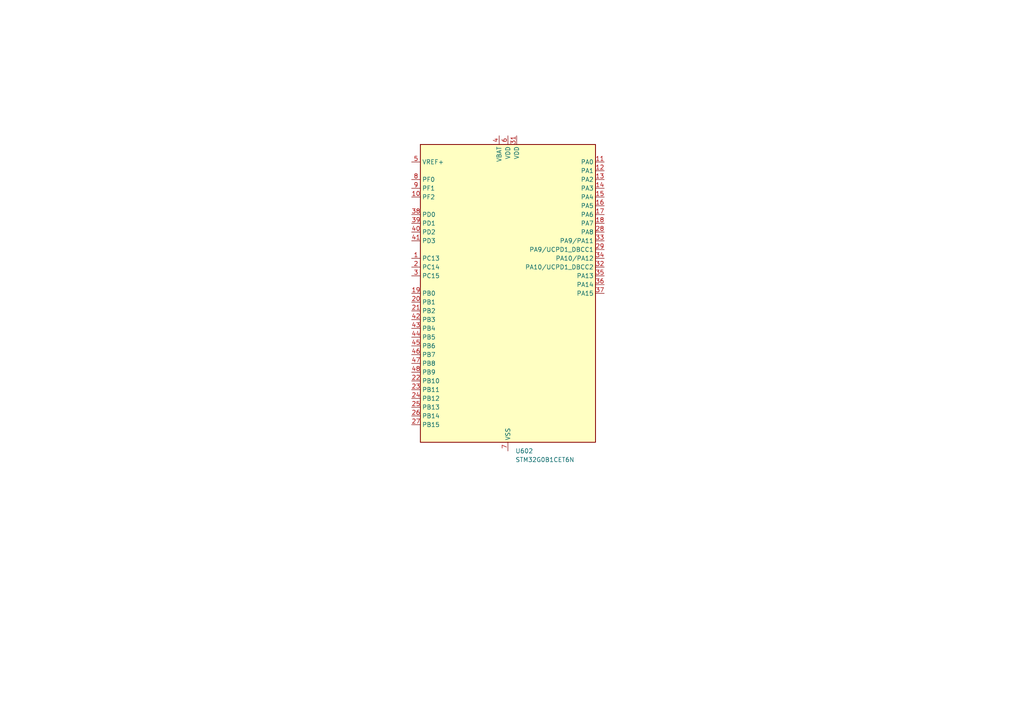
<source format=kicad_sch>
(kicad_sch (version 20250114) (generator "eeschema") (generator_version "9.0")
  (paper "A4")
  (title_block (title "Microcontroller") (date "2025-11-03") (rev "1") (company "Code99 | Automotive") (comment 1 "Board: FUEL-MILES-RANGE") (comment 2 "Project: DASH2000S1S2"))
  (lib_symbols
    (symbol "MCU_ST_STM32G0:STM32G0B1CETxN"
      (property "Reference" "U" (at -25.4 44.45 0))
      (property "Value" "STM32G0B1CETxN" (at 5.08 44.45 0))
      (symbol "STM32G0B1CETxN_0_1"
        (rectangle (start -25.4 -43.18) (end 25.4 43.18) (stroke (width 0.254)) (fill (type background)))
      )
      (symbol "STM32G0B1CETxN_1_1"
        (pin input line (at -27.94 38.1 0) (length 2.54) (name "VREF+") (number "5"))
        (pin bidirectional line (at -27.94 33.02 0) (length 2.54) (name "PF0") (number "8"))
        (pin bidirectional line (at -27.94 30.48 0) (length 2.54) (name "PF1") (number "9"))
        (pin bidirectional line (at -27.94 27.94 0) (length 2.54) (name "PF2") (number "10"))
        (pin bidirectional line (at -27.94 22.86 0) (length 2.54) (name "PD0") (number "38"))
        (pin bidirectional line (at -27.94 20.32 0) (length 2.54) (name "PD1") (number "39"))
        (pin bidirectional line (at -27.94 17.78 0) (length 2.54) (name "PD2") (number "40"))
        (pin bidirectional line (at -27.94 15.24 0) (length 2.54) (name "PD3") (number "41"))
        (pin bidirectional line (at -27.94 10.16 0) (length 2.54) (name "PC13") (number "1"))
        (pin bidirectional line (at -27.94 7.62 0) (length 2.54) (name "PC14") (number "2"))
        (pin bidirectional line (at -27.94 5.08 0) (length 2.54) (name "PC15") (number "3"))
        (pin bidirectional line (at -27.94 0 0) (length 2.54) (name "PB0") (number "19"))
        (pin bidirectional line (at -27.94 -2.54 0) (length 2.54) (name "PB1") (number "20"))
        (pin bidirectional line (at -27.94 -5.08 0) (length 2.54) (name "PB2") (number "21"))
        (pin bidirectional line (at -27.94 -7.62 0) (length 2.54) (name "PB3") (number "42"))
        (pin bidirectional line (at -27.94 -10.16 0) (length 2.54) (name "PB4") (number "43"))
        (pin bidirectional line (at -27.94 -12.7 0) (length 2.54) (name "PB5") (number "44"))
        (pin bidirectional line (at -27.94 -15.24 0) (length 2.54) (name "PB6") (number "45"))
        (pin bidirectional line (at -27.94 -17.78 0) (length 2.54) (name "PB7") (number "46"))
        (pin bidirectional line (at -27.94 -20.32 0) (length 2.54) (name "PB8") (number "47"))
        (pin bidirectional line (at -27.94 -22.86 0) (length 2.54) (name "PB9") (number "48"))
        (pin bidirectional line (at -27.94 -25.4 0) (length 2.54) (name "PB10") (number "22"))
        (pin bidirectional line (at -27.94 -27.94 0) (length 2.54) (name "PB11") (number "23"))
        (pin bidirectional line (at -27.94 -30.48 0) (length 2.54) (name "PB12") (number "24"))
        (pin bidirectional line (at -27.94 -33.02 0) (length 2.54) (name "PB13") (number "25"))
        (pin bidirectional line (at -27.94 -35.56 0) (length 2.54) (name "PB14") (number "26"))
        (pin bidirectional line (at -27.94 -38.1 0) (length 2.54) (name "PB15") (number "27"))
        (pin power_in line (at -2.54 45.72 270) (length 2.54) (name "VBAT") (number "4"))
        (pin power_in line (at 0 45.72 270) (length 2.54) (name "VDD") (number "6"))
        (pin passive line (at 0 -45.72 90) (length 2.54) (hide yes) (name "VSS") (number "30"))
        (pin power_in line (at 0 -45.72 90) (length 2.54) (name "VSS") (number "7"))
        (pin power_in line (at 2.54 45.72 270) (length 2.54) (name "VDD") (number "31"))
        (pin bidirectional line (at 27.94 38.1 180) (length 2.54) (name "PA0") (number "11"))
        (pin bidirectional line (at 27.94 35.56 180) (length 2.54) (name "PA1") (number "12"))
        (pin bidirectional line (at 27.94 33.02 180) (length 2.54) (name "PA2") (number "13"))
        (pin bidirectional line (at 27.94 30.48 180) (length 2.54) (name "PA3") (number "14"))
        (pin bidirectional line (at 27.94 27.94 180) (length 2.54) (name "PA4") (number "15"))
        (pin bidirectional line (at 27.94 25.4 180) (length 2.54) (name "PA5") (number "16"))
        (pin bidirectional line (at 27.94 22.86 180) (length 2.54) (name "PA6") (number "17"))
        (pin bidirectional line (at 27.94 20.32 180) (length 2.54) (name "PA7") (number "18"))
        (pin bidirectional line (at 27.94 17.78 180) (length 2.54) (name "PA8") (number "28"))
        (pin bidirectional line (at 27.94 15.24 180) (length 2.54) (name "PA9/PA11") (number "33"))
        (pin bidirectional line (at 27.94 12.7 180) (length 2.54) (name "PA9/UCPD1_DBCC1") (number "29"))
        (pin bidirectional line (at 27.94 10.16 180) (length 2.54) (name "PA10/PA12") (number "34"))
        (pin bidirectional line (at 27.94 7.62 180) (length 2.54) (name "PA10/UCPD1_DBCC2") (number "32"))
        (pin bidirectional line (at 27.94 5.08 180) (length 2.54) (name "PA13") (number "35"))
        (pin bidirectional line (at 27.94 2.54 180) (length 2.54) (name "PA14") (number "36"))
        (pin bidirectional line (at 27.94 0 180) (length 2.54) (name "PA15") (number "37"))
      )
    )
  )
  (symbol (lib_id "MCU_ST_STM32G0:STM32G0B1CETxN") (at 147.32 85.09 0) (unit 1)
    (property "Reference" "U602" (at 149.4633 130.81 0) (effects (justify left)))
    (property "Value" "STM32G0B1CET6N" (at 149.4633 133.35 0) (effects (justify left)))
    (property "Footprint" "Package_QFP:LQFP-48_7x7mm_P0.5mm" (effects (hide yes)))
    (property "Datasheet" "https://www.st.com/resource/en/datasheet/stm32g0b1ce.pdf" (effects (hide yes)))
    (property "Description" "STMicroelectronics Arm Cortex-M0+ MCU, 512KB flash, 144KB RAM, 64 MHz, 1.7-3.6V, 42 GPIO, LQFP48" (effects (hide yes)))
    (property "Farnell" "3772955" (effects (hide yes)))
  )
)
</source>
